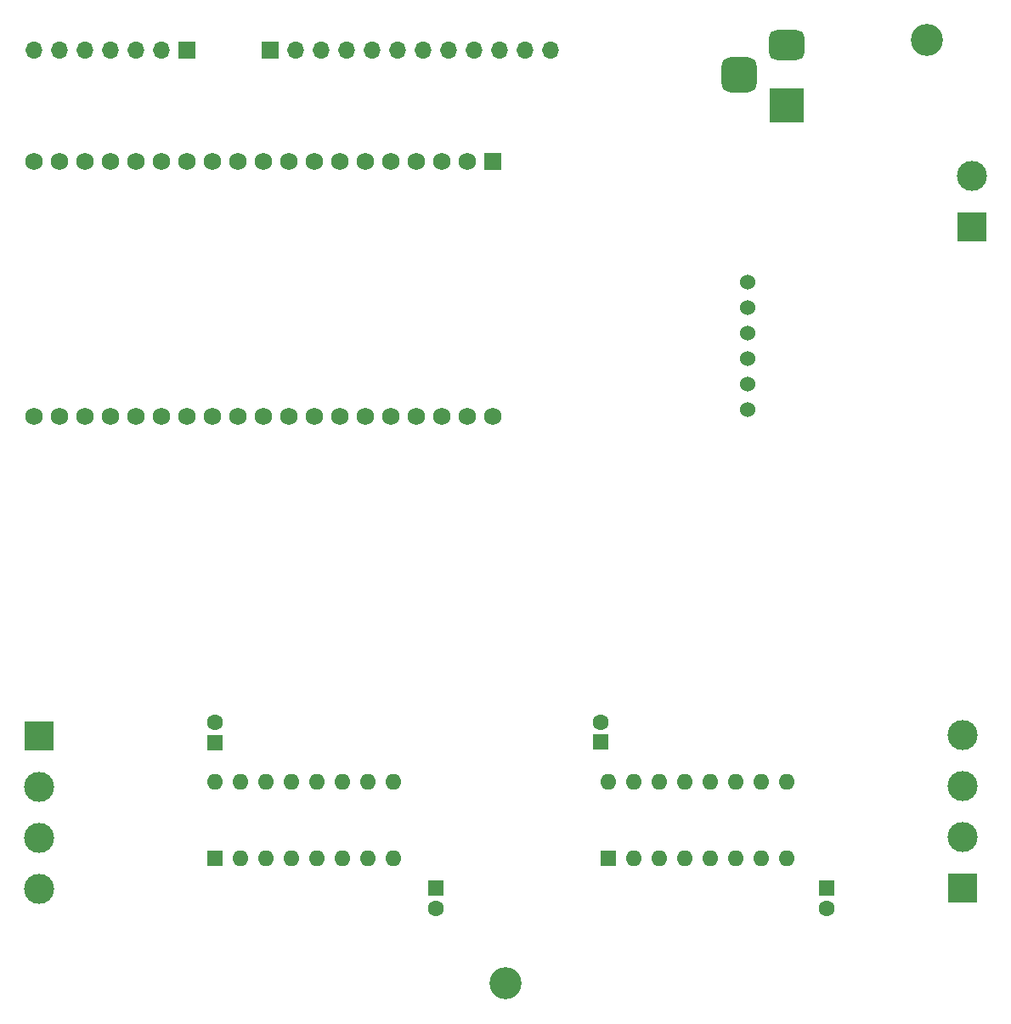
<source format=gbr>
%TF.GenerationSoftware,KiCad,Pcbnew,8.0.5*%
%TF.CreationDate,2024-09-23T14:05:06-05:00*%
%TF.ProjectId,LogicR,4c6f6769-6352-42e6-9b69-6361645f7063,rev?*%
%TF.SameCoordinates,Original*%
%TF.FileFunction,Soldermask,Top*%
%TF.FilePolarity,Negative*%
%FSLAX46Y46*%
G04 Gerber Fmt 4.6, Leading zero omitted, Abs format (unit mm)*
G04 Created by KiCad (PCBNEW 8.0.5) date 2024-09-23 14:05:06*
%MOMM*%
%LPD*%
G01*
G04 APERTURE LIST*
G04 Aperture macros list*
%AMRoundRect*
0 Rectangle with rounded corners*
0 $1 Rounding radius*
0 $2 $3 $4 $5 $6 $7 $8 $9 X,Y pos of 4 corners*
0 Add a 4 corners polygon primitive as box body*
4,1,4,$2,$3,$4,$5,$6,$7,$8,$9,$2,$3,0*
0 Add four circle primitives for the rounded corners*
1,1,$1+$1,$2,$3*
1,1,$1+$1,$4,$5*
1,1,$1+$1,$6,$7*
1,1,$1+$1,$8,$9*
0 Add four rect primitives between the rounded corners*
20,1,$1+$1,$2,$3,$4,$5,0*
20,1,$1+$1,$4,$5,$6,$7,0*
20,1,$1+$1,$6,$7,$8,$9,0*
20,1,$1+$1,$8,$9,$2,$3,0*%
G04 Aperture macros list end*
%ADD10R,1.600000X1.600000*%
%ADD11C,1.600000*%
%ADD12R,3.500000X3.500000*%
%ADD13RoundRect,0.750000X-1.000000X0.750000X-1.000000X-0.750000X1.000000X-0.750000X1.000000X0.750000X0*%
%ADD14RoundRect,0.875000X-0.875000X0.875000X-0.875000X-0.875000X0.875000X-0.875000X0.875000X0.875000X0*%
%ADD15O,1.600000X1.600000*%
%ADD16C,3.200000*%
%ADD17R,3.000000X3.000000*%
%ADD18C,3.000000*%
%ADD19C,1.524000*%
%ADD20R,1.700000X1.700000*%
%ADD21O,1.700000X1.700000*%
%ADD22RoundRect,0.102000X-0.765000X0.765000X-0.765000X-0.765000X0.765000X-0.765000X0.765000X0.765000X0*%
%ADD23C,1.734000*%
G04 APERTURE END LIST*
D10*
%TO.C,C4*%
X94500000Y-137000000D03*
D11*
X94500000Y-139000000D03*
%TD*%
D10*
%TO.C,C2*%
X111000000Y-122455112D03*
D11*
X111000000Y-120455112D03*
%TD*%
D12*
%TO.C,J9*%
X129500000Y-59000000D03*
D13*
X129500000Y-53000000D03*
D14*
X124800000Y-56000000D03*
%TD*%
D10*
%TO.C,U3*%
X72500000Y-134000000D03*
D15*
X75040000Y-134000000D03*
X77580000Y-134000000D03*
X80120000Y-134000000D03*
X82660000Y-134000000D03*
X85200000Y-134000000D03*
X87740000Y-134000000D03*
X90280000Y-134000000D03*
X90280000Y-126380000D03*
X87740000Y-126380000D03*
X85200000Y-126380000D03*
X82660000Y-126380000D03*
X80120000Y-126380000D03*
X77580000Y-126380000D03*
X75040000Y-126380000D03*
X72500000Y-126380000D03*
%TD*%
D10*
%TO.C,C1*%
X72544888Y-122500000D03*
D11*
X72544888Y-120500000D03*
%TD*%
D16*
%TO.C,REF\u002A\u002A*%
X101500000Y-146500000D03*
%TD*%
D17*
%TO.C,J11*%
X55000000Y-121840000D03*
D18*
X55000000Y-126920000D03*
X55000000Y-132000000D03*
X55000000Y-137080000D03*
%TD*%
D19*
%TO.C,U4*%
X125570000Y-76650000D03*
X125570000Y-79190000D03*
X125570000Y-81730000D03*
X125570000Y-84270000D03*
X125570000Y-86810000D03*
X125570000Y-89350000D03*
%TD*%
D20*
%TO.C,J1*%
X78000000Y-53500000D03*
D21*
X80540000Y-53500000D03*
X83080000Y-53500000D03*
X85620000Y-53500000D03*
X88160000Y-53500000D03*
X90700000Y-53500000D03*
X93240000Y-53500000D03*
X95780000Y-53500000D03*
X98320000Y-53500000D03*
X100860000Y-53500000D03*
X103400000Y-53500000D03*
X105940000Y-53500000D03*
%TD*%
D10*
%TO.C,C3*%
X133500000Y-137000000D03*
D11*
X133500000Y-139000000D03*
%TD*%
D18*
%TO.C,BT1*%
X148000000Y-66000000D03*
D17*
X148000000Y-71080000D03*
%TD*%
%TO.C,J10*%
X147000000Y-137000000D03*
D18*
X147000000Y-131920000D03*
X147000000Y-126840000D03*
X147000000Y-121760000D03*
%TD*%
D16*
%TO.C,REF\u002A\u002A*%
X143500000Y-52500000D03*
%TD*%
D10*
%TO.C,U2*%
X111760000Y-134000000D03*
D15*
X114300000Y-134000000D03*
X116840000Y-134000000D03*
X119380000Y-134000000D03*
X121920000Y-134000000D03*
X124460000Y-134000000D03*
X127000000Y-134000000D03*
X129540000Y-134000000D03*
X129540000Y-126380000D03*
X127000000Y-126380000D03*
X124460000Y-126380000D03*
X121920000Y-126380000D03*
X119380000Y-126380000D03*
X116840000Y-126380000D03*
X114300000Y-126380000D03*
X111760000Y-126380000D03*
%TD*%
D22*
%TO.C,U1*%
X100200000Y-64572500D03*
D23*
X97660000Y-64572500D03*
X95120000Y-64572500D03*
X92580000Y-64572500D03*
X90040000Y-64572500D03*
X87500000Y-64572500D03*
X84960000Y-64572500D03*
X82420000Y-64572500D03*
X79880000Y-64572500D03*
X77340000Y-64572500D03*
X74800000Y-64572500D03*
X72260000Y-64572500D03*
X69720000Y-64572500D03*
X67180000Y-64572500D03*
X64640000Y-64572500D03*
X62100000Y-64572500D03*
X59560000Y-64572500D03*
X57020000Y-64572500D03*
X54480000Y-64572500D03*
X54480000Y-89972500D03*
X57020000Y-89972500D03*
X59560000Y-89972500D03*
X62100000Y-89972500D03*
X64640000Y-89972500D03*
X67180000Y-89972500D03*
X69720000Y-89972500D03*
X72260000Y-89972500D03*
X74800000Y-89972500D03*
X77340000Y-89972500D03*
X79880000Y-89972500D03*
X82420000Y-89972500D03*
X84960000Y-89972500D03*
X87500000Y-89972500D03*
X90040000Y-89972500D03*
X92580000Y-89972500D03*
X95120000Y-89972500D03*
X97660000Y-89972500D03*
X100200000Y-89972500D03*
%TD*%
D20*
%TO.C,J2*%
X69740000Y-53500000D03*
D21*
X67200000Y-53500000D03*
X64660000Y-53500000D03*
X62120000Y-53500000D03*
X59580000Y-53500000D03*
X57040000Y-53500000D03*
X54500000Y-53500000D03*
%TD*%
M02*

</source>
